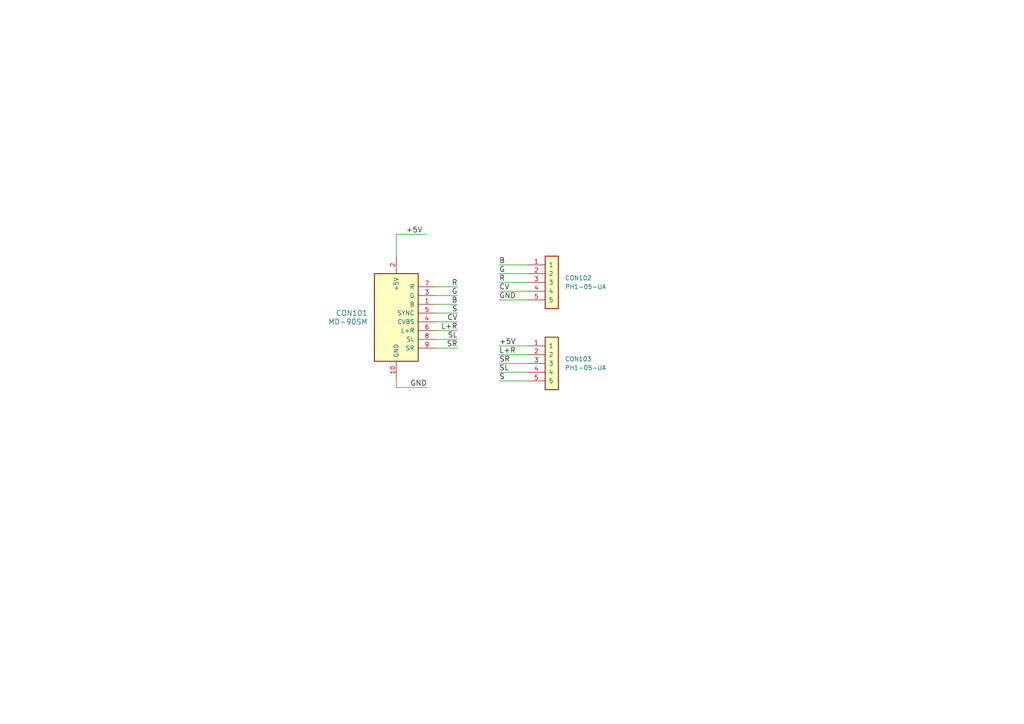
<source format=kicad_sch>
(kicad_sch (version 20230121) (generator eeschema)
  (paper "A4")
  (title_block (title "MD-90SM Breakout") (date "2024-04-07") (rev "0.2") (company "db Electronics") (comment 1 "https://github.com/db-electronics/MD-90SM-breakout-kicad") (comment 2 "Licensed under CERN OHL v.1.2") (comment 3 "For my alcoholic friend - RetroRGB"))
  (lib_symbols
    (symbol "db-connectors:HDR1X5" (pin_names (offset 1.016))
      (property "Reference" "CON" (at 3.175 4.445 0))
      (property "Value" "PH1-05-UA" (at 4.445 2.54 0))
      (symbol "HDR1X5_0_1"
        (rectangle (start 0 0) (end 3.81 -15.24) (stroke (width 0.254)) (fill (type background)))
      )
      (symbol "HDR1X5_1_1"
        (pin passive line (at -5.08 -2.54 0) (length 5.08) (name "1") (number "1"))
        (pin passive line (at -5.08 -5.08 0) (length 5.08) (name "2") (number "2"))
        (pin passive line (at -5.08 -7.62 0) (length 5.08) (name "3") (number "3"))
        (pin passive line (at -5.08 -10.16 0) (length 5.08) (name "4") (number "4"))
        (pin passive line (at -5.08 -12.7 0) (length 5.08) (name "5") (number "5"))
      )
    )
    (symbol "db-connectors:MD-90SM" (pin_names (offset 1.016))
      (property "Reference" "CON" (at 10.16 3.81 0))
      (property "Value" "MD-90SM" (at 12.7 1.27 0))
      (symbol "MD-90SM_0_1"
        (rectangle (start 0 0) (end 12.7 -25.4) (stroke (width 0.254)) (fill (type background)))
      )
      (symbol "MD-90SM_1_1"
        (pin input line (at -5.08 -8.89 0) (length 5.08) (name "B") (number "1"))
        (pin power_in line (at 6.35 -30.48 90) (length 5.08) (name "GND") (number "10"))
        (pin power_in line (at 6.35 5.08 270) (length 5.08) (name "+5V") (number "2"))
        (pin input line (at -5.08 -6.35 0) (length 5.08) (name "G") (number "3"))
        (pin input line (at -5.08 -13.97 0) (length 5.08) (name "CVBS") (number "4"))
        (pin input line (at -5.08 -11.43 0) (length 5.08) (name "SYNC") (number "5"))
        (pin input line (at -5.08 -16.51 0) (length 5.08) (name "L+R") (number "6"))
        (pin input line (at -5.08 -3.81 0) (length 5.08) (name "R") (number "7"))
        (pin input line (at -5.08 -19.05 0) (length 5.08) (name "SL") (number "8"))
        (pin input line (at -5.08 -21.59 0) (length 5.08) (name "SR") (number "9"))
      )
    )
  )
  (wire (pts (xy 132.715 95.885) (xy 126.365 95.885)))
  (wire (pts (xy 144.78 110.49) (xy 153.035 110.49)))
  (wire (pts (xy 132.715 98.425) (xy 126.365 98.425)))
  (wire (pts (xy 132.715 90.805) (xy 126.365 90.805)))
  (wire (pts (xy 144.78 84.455) (xy 153.035 84.455)))
  (wire (pts (xy 132.715 88.265) (xy 126.365 88.265)))
  (wire (pts (xy 144.78 79.375) (xy 153.035 79.375)))
  (wire (pts (xy 114.935 67.945) (xy 114.935 74.295)))
  (wire (pts (xy 132.715 85.725) (xy 126.365 85.725)))
  (wire (pts (xy 144.78 86.995) (xy 153.035 86.995)))
  (wire (pts (xy 132.715 83.185) (xy 126.365 83.185)))
  (wire (pts (xy 132.715 93.345) (xy 126.365 93.345)))
  (wire (pts (xy 144.78 76.835) (xy 153.035 76.835)))
  (wire (pts (xy 144.78 102.87) (xy 153.035 102.87)))
  (wire (pts (xy 144.78 107.95) (xy 153.035 107.95)))
  (wire (pts (xy 144.78 81.915) (xy 153.035 81.915)))
  (wire (pts (xy 144.78 100.33) (xy 153.035 100.33)))
  (wire (pts (xy 114.935 112.395) (xy 114.935 109.855)))
  (wire (pts (xy 123.825 67.945) (xy 114.935 67.945)))
  (wire (pts (xy 123.825 112.395) (xy 114.935 112.395)))
  (wire (pts (xy 132.715 100.965) (xy 126.365 100.965)))
  (wire (pts (xy 144.78 105.41) (xy 153.035 105.41)))
  (label "SR" (at 132.715 100.965 180) (effects (font (size 1.524 1.524))))
  (label "SR" (at 144.78 105.41 0) (effects (font (size 1.524 1.524))))
  (label "S" (at 144.78 110.49 0) (effects (font (size 1.524 1.524))))
  (label "SL" (at 132.715 98.425 180) (effects (font (size 1.524 1.524))))
  (label "CV" (at 132.715 93.345 180) (effects (font (size 1.524 1.524))))
  (label "S" (at 132.715 90.805 180) (effects (font (size 1.524 1.524))))
  (label "+5V" (at 144.78 100.33 0) (effects (font (size 1.524 1.524))))
  (label "SL" (at 144.78 107.95 0) (effects (font (size 1.524 1.524))))
  (label "+5V" (at 122.555 67.945 180) (effects (font (size 1.524 1.524))))
  (label "G" (at 132.715 85.725 180) (effects (font (size 1.524 1.524))))
  (label "L+R" (at 144.78 102.87 0) (effects (font (size 1.524 1.524))))
  (label "R" (at 144.78 81.915 0) (effects (font (size 1.524 1.524))))
  (label "L+R" (at 132.715 95.885 180) (effects (font (size 1.524 1.524))))
  (label "B" (at 144.78 76.835 0) (effects (font (size 1.524 1.524))))
  (label "CV" (at 144.78 84.455 0) (effects (font (size 1.524 1.524))))
  (label "GND" (at 144.78 86.995 0) (effects (font (size 1.524 1.524))))
  (label "GND" (at 123.825 112.395 180) (effects (font (size 1.524 1.524))))
  (label "B" (at 132.715 88.265 180) (effects (font (size 1.524 1.524))))
  (label "R" (at 132.715 83.185 180) (effects (font (size 1.524 1.524))))
  (label "G" (at 144.78 79.375 0) (effects (font (size 1.524 1.524))))
  (symbol (lib_id "db-connectors:MD-90SM") (at 121.285 79.375 0) (mirror y) (unit 1)
    (property "Reference" "CON101" (at 106.68 90.805 0) (effects (font (size 1.524 1.524)) (justify left)))
    (property "Value" "MD-90SM" (at 106.68 93.345 0) (effects (font (size 1.524 1.524)) (justify left)))
    (property "Footprint" "db-thparts:MD-90SM" (effects hide))
    (property "Datasheet" "http://www.cui.com/product/resource/digikeypdf/md-sm-series.pdf" (effects hide))
    (property "Digikey" "CP-2290-ND" (effects hide))
    (property "Description" "CONN RCPT FMALE MINI DIN 9P SLDR" (effects hide))
  )
  (symbol (lib_id "db-connectors:HDR1X5") (at 158.115 97.79 0) (unit 1)
    (property "Reference" "CON103" (at 163.83 104.14 0) (effects (justify left)))
    (property "Value" "PH1-05-UA" (at 163.83 106.68 0) (effects (justify left)))
    (property "Footprint" "db-thparts:HDR1X5" (effects hide))
    (property "Datasheet" "https://app.adam-tech.com/products/download/data_sheet/201605/ph1-xx-ua-data-sheet.pdf" (effects hide))
    (property "Description" "CONN HEADER VERT 5POS 2.54MM" (effects hide))
    (property "Supplier" "www.digikey.ca" (effects hide))
    (property "Supplier Number" "2057-PH1-05-UA-ND" (effects hide))
  )
  (symbol (lib_id "db-connectors:HDR1X5") (at 158.115 74.295 0) (unit 1)
    (property "Reference" "CON102" (at 163.83 80.645 0) (effects (justify left)))
    (property "Value" "PH1-05-UA" (at 163.83 83.185 0) (effects (justify left)))
    (property "Footprint" "db-thparts:HDR1X5" (effects hide))
    (property "Datasheet" "https://app.adam-tech.com/products/download/data_sheet/201605/ph1-xx-ua-data-sheet.pdf" (effects hide))
    (property "Description" "CONN HEADER VERT 5POS 2.54MM" (effects hide))
    (property "Supplier" "www.digikey.ca" (effects hide))
    (property "Supplier Number" "2057-PH1-05-UA-ND" (effects hide))
  )
)
</source>
